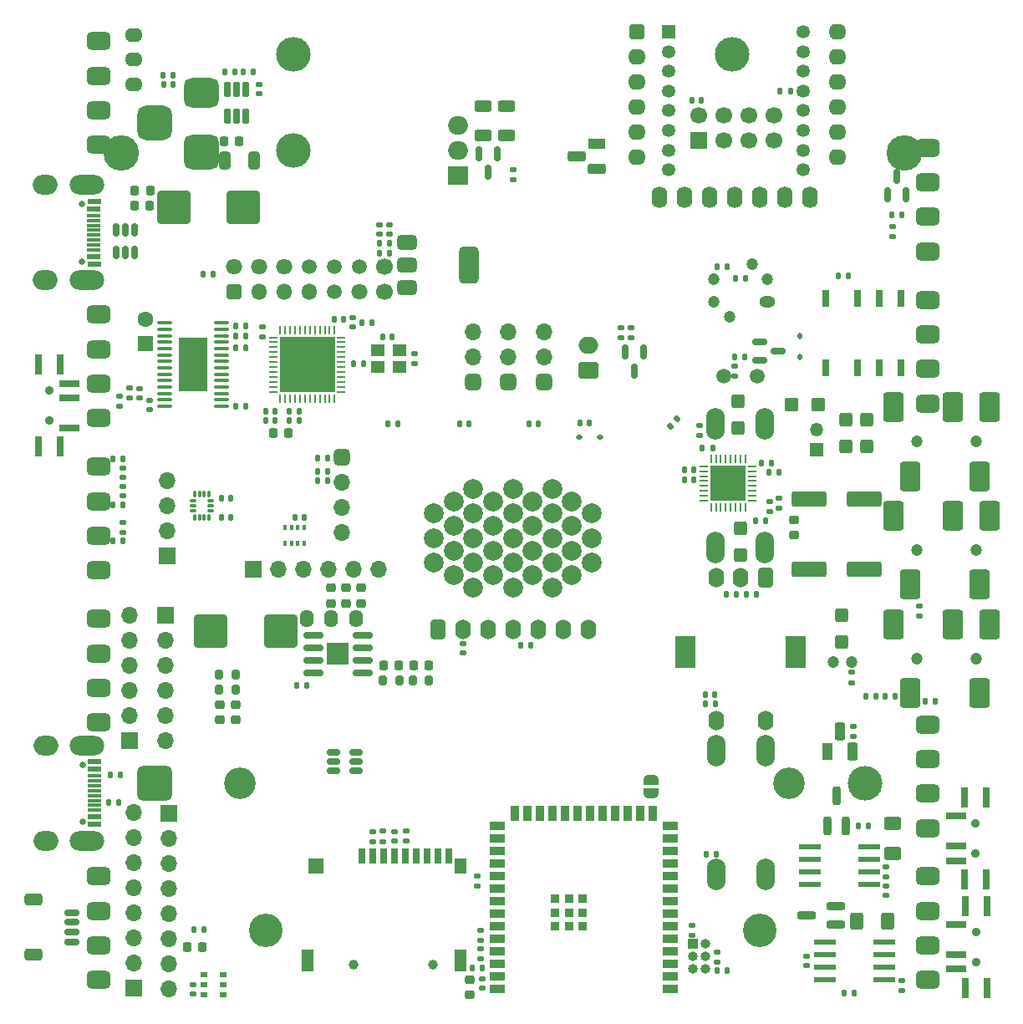
<source format=gbr>
%TF.GenerationSoftware,KiCad,Pcbnew,8.0.3*%
%TF.CreationDate,2024-07-08T11:42:46+02:00*%
%TF.ProjectId,labathome_pcb15,6c616261-7468-46f6-9d65-5f7063623135,rev?*%
%TF.SameCoordinates,Original*%
%TF.FileFunction,Soldermask,Bot*%
%TF.FilePolarity,Negative*%
%FSLAX46Y46*%
G04 Gerber Fmt 4.6, Leading zero omitted, Abs format (unit mm)*
G04 Created by KiCad (PCBNEW 8.0.3) date 2024-07-08 11:42:46*
%MOMM*%
%LPD*%
G01*
G04 APERTURE LIST*
G04 Aperture macros list*
%AMRoundRect*
0 Rectangle with rounded corners*
0 $1 Rounding radius*
0 $2 $3 $4 $5 $6 $7 $8 $9 X,Y pos of 4 corners*
0 Add a 4 corners polygon primitive as box body*
4,1,4,$2,$3,$4,$5,$6,$7,$8,$9,$2,$3,0*
0 Add four circle primitives for the rounded corners*
1,1,$1+$1,$2,$3*
1,1,$1+$1,$4,$5*
1,1,$1+$1,$6,$7*
1,1,$1+$1,$8,$9*
0 Add four rect primitives between the rounded corners*
20,1,$1+$1,$2,$3,$4,$5,0*
20,1,$1+$1,$4,$5,$6,$7,0*
20,1,$1+$1,$6,$7,$8,$9,0*
20,1,$1+$1,$8,$9,$2,$3,0*%
%AMFreePoly0*
4,1,19,0.500000,-0.750000,0.000000,-0.750000,0.000000,-0.744911,-0.071157,-0.744911,-0.207708,-0.704816,-0.327430,-0.627875,-0.420627,-0.520320,-0.479746,-0.390866,-0.500000,-0.250000,-0.500000,0.250000,-0.479746,0.390866,-0.420627,0.520320,-0.327430,0.627875,-0.207708,0.704816,-0.071157,0.744911,0.000000,0.744911,0.000000,0.750000,0.500000,0.750000,0.500000,-0.750000,0.500000,-0.750000,
$1*%
%AMFreePoly1*
4,1,19,0.000000,0.744911,0.071157,0.744911,0.207708,0.704816,0.327430,0.627875,0.420627,0.520320,0.479746,0.390866,0.500000,0.250000,0.500000,-0.250000,0.479746,-0.390866,0.420627,-0.520320,0.327430,-0.627875,0.207708,-0.704816,0.071157,-0.744911,0.000000,-0.744911,0.000000,-0.750000,-0.500000,-0.750000,-0.500000,0.750000,0.000000,0.750000,0.000000,0.744911,0.000000,0.744911,
$1*%
G04 Aperture macros list end*
%ADD10R,1.700000X1.700000*%
%ADD11O,1.700000X1.700000*%
%ADD12O,1.800000X1.400000*%
%ADD13RoundRect,0.500000X0.350000X0.350000X-0.350000X0.350000X-0.350000X-0.350000X0.350000X-0.350000X0*%
%ADD14RoundRect,0.750000X-1.000000X0.750000X-1.000000X-0.750000X1.000000X-0.750000X1.000000X0.750000X0*%
%ADD15RoundRect,0.750000X-1.000000X1.000000X-1.000000X-1.000000X1.000000X-1.000000X1.000000X1.000000X0*%
%ADD16RoundRect,0.875000X-0.875000X0.875000X-0.875000X-0.875000X0.875000X-0.875000X0.875000X0.875000X0*%
%ADD17RoundRect,0.450000X-0.750000X0.450000X-0.750000X-0.450000X0.750000X-0.450000X0.750000X0.450000X0*%
%ADD18O,1.900000X3.200000*%
%ADD19C,1.500000*%
%ADD20R,1.100000X1.800000*%
%ADD21RoundRect,0.275000X-0.275000X-0.625000X0.275000X-0.625000X0.275000X0.625000X-0.275000X0.625000X0*%
%ADD22RoundRect,0.450000X0.750000X-0.450000X0.750000X0.450000X-0.750000X0.450000X-0.750000X-0.450000X0*%
%ADD23RoundRect,0.400000X-0.400000X-0.400000X0.400000X-0.400000X0.400000X0.400000X-0.400000X0.400000X0*%
%ADD24O,1.800000X1.600000*%
%ADD25R,1.000000X1.000000*%
%ADD26O,1.000000X1.000000*%
%ADD27O,1.400000X1.800000*%
%ADD28O,1.600000X2.200000*%
%ADD29RoundRect,0.220589X0.529411X-0.529411X0.529411X0.529411X-0.529411X0.529411X-0.529411X-0.529411X0*%
%ADD30O,1.700000X1.500000*%
%ADD31O,1.500000X1.700000*%
%ADD32C,1.700000*%
%ADD33RoundRect,0.400000X-0.400000X-0.600000X0.400000X-0.600000X0.400000X0.600000X-0.400000X0.600000X0*%
%ADD34O,1.600000X2.000000*%
%ADD35R,1.350000X1.350000*%
%ADD36C,1.350000*%
%ADD37C,1.200000*%
%ADD38RoundRect,0.400000X-0.400000X0.600000X-0.400000X-0.600000X0.400000X-0.600000X0.400000X0.600000X0*%
%ADD39R,2.000000X3.200000*%
%ADD40C,3.400000*%
%ADD41R,1.600000X1.600000*%
%ADD42C,1.600000*%
%ADD43RoundRect,0.500000X-0.350000X-0.350000X0.350000X-0.350000X0.350000X0.350000X-0.350000X0.350000X0*%
%ADD44O,1.600000X1.200000*%
%ADD45RoundRect,0.135000X0.135000X0.185000X-0.135000X0.185000X-0.135000X-0.185000X0.135000X-0.185000X0*%
%ADD46RoundRect,0.150000X-0.587500X-0.150000X0.587500X-0.150000X0.587500X0.150000X-0.587500X0.150000X0*%
%ADD47RoundRect,0.140000X0.140000X0.170000X-0.140000X0.170000X-0.140000X-0.170000X0.140000X-0.170000X0*%
%ADD48RoundRect,0.140000X-0.140000X-0.170000X0.140000X-0.170000X0.140000X0.170000X-0.140000X0.170000X0*%
%ADD49RoundRect,0.250000X-1.500000X-0.550000X1.500000X-0.550000X1.500000X0.550000X-1.500000X0.550000X0*%
%ADD50FreePoly0,90.000000*%
%ADD51FreePoly1,90.000000*%
%ADD52RoundRect,0.200000X-0.200000X-0.275000X0.200000X-0.275000X0.200000X0.275000X-0.200000X0.275000X0*%
%ADD53O,3.500000X3.500000*%
%ADD54C,3.600000*%
%ADD55RoundRect,0.135000X-0.135000X-0.185000X0.135000X-0.185000X0.135000X0.185000X-0.135000X0.185000X0*%
%ADD56RoundRect,0.135000X-0.185000X0.135000X-0.185000X-0.135000X0.185000X-0.135000X0.185000X0.135000X0*%
%ADD57C,0.900000*%
%ADD58R,2.000000X0.700000*%
%ADD59R,0.800000X2.000000*%
%ADD60RoundRect,0.225000X0.225000X0.250000X-0.225000X0.250000X-0.225000X-0.250000X0.225000X-0.250000X0*%
%ADD61RoundRect,0.140000X-0.170000X0.140000X-0.170000X-0.140000X0.170000X-0.140000X0.170000X0.140000X0*%
%ADD62RoundRect,0.140000X0.170000X-0.140000X0.170000X0.140000X-0.170000X0.140000X-0.170000X-0.140000X0*%
%ADD63C,1.000000*%
%ADD64R,0.700000X1.600000*%
%ADD65R,1.200000X2.200000*%
%ADD66R,1.200000X1.500000*%
%ADD67R,1.600000X1.500000*%
%ADD68RoundRect,0.250000X-0.425000X0.450000X-0.425000X-0.450000X0.425000X-0.450000X0.425000X0.450000X0*%
%ADD69RoundRect,0.335000X-1.340000X-1.365000X1.340000X-1.365000X1.340000X1.365000X-1.340000X1.365000X0*%
%ADD70RoundRect,0.225000X-0.250000X0.225000X-0.250000X-0.225000X0.250000X-0.225000X0.250000X0.225000X0*%
%ADD71RoundRect,0.225000X-0.225000X-0.250000X0.225000X-0.250000X0.225000X0.250000X-0.225000X0.250000X0*%
%ADD72C,2.000000*%
%ADD73RoundRect,0.112500X-0.187500X-0.112500X0.187500X-0.112500X0.187500X0.112500X-0.187500X0.112500X0*%
%ADD74RoundRect,0.250000X0.750000X-1.250000X0.750000X1.250000X-0.750000X1.250000X-0.750000X-1.250000X0*%
%ADD75RoundRect,0.150000X0.512500X0.150000X-0.512500X0.150000X-0.512500X-0.150000X0.512500X-0.150000X0*%
%ADD76RoundRect,0.112500X-0.112500X0.187500X-0.112500X-0.187500X0.112500X-0.187500X0.112500X0.187500X0*%
%ADD77O,1.350000X1.350000*%
%ADD78RoundRect,0.250000X0.325000X0.650000X-0.325000X0.650000X-0.325000X-0.650000X0.325000X-0.650000X0*%
%ADD79C,0.650000*%
%ADD80R,1.450000X0.600000*%
%ADD81R,1.450000X0.300000*%
%ADD82O,2.500000X2.000000*%
%ADD83O,3.500000X2.000000*%
%ADD84RoundRect,0.062500X0.062500X-0.337500X0.062500X0.337500X-0.062500X0.337500X-0.062500X-0.337500X0*%
%ADD85RoundRect,0.062500X0.337500X-0.062500X0.337500X0.062500X-0.337500X0.062500X-0.337500X-0.062500X0*%
%ADD86R,3.600000X3.600000*%
%ADD87RoundRect,0.218750X-0.256250X0.218750X-0.256250X-0.218750X0.256250X-0.218750X0.256250X0.218750X0*%
%ADD88RoundRect,0.250000X0.425000X-0.450000X0.425000X0.450000X-0.425000X0.450000X-0.425000X-0.450000X0*%
%ADD89RoundRect,0.135000X0.185000X-0.135000X0.185000X0.135000X-0.185000X0.135000X-0.185000X-0.135000X0*%
%ADD90RoundRect,0.200000X0.750000X0.200000X-0.750000X0.200000X-0.750000X-0.200000X0.750000X-0.200000X0*%
%ADD91RoundRect,0.250000X0.450000X0.425000X-0.450000X0.425000X-0.450000X-0.425000X0.450000X-0.425000X0*%
%ADD92RoundRect,0.250000X0.625000X-0.312500X0.625000X0.312500X-0.625000X0.312500X-0.625000X-0.312500X0*%
%ADD93RoundRect,0.162500X0.162500X-0.617500X0.162500X0.617500X-0.162500X0.617500X-0.162500X-0.617500X0*%
%ADD94R,0.800000X0.500000*%
%ADD95R,2.200000X0.600000*%
%ADD96RoundRect,0.062500X0.375000X0.062500X-0.375000X0.062500X-0.375000X-0.062500X0.375000X-0.062500X0*%
%ADD97RoundRect,0.062500X0.062500X0.375000X-0.062500X0.375000X-0.062500X-0.375000X0.062500X-0.375000X0*%
%ADD98R,5.600000X5.600000*%
%ADD99RoundRect,0.150000X0.625000X-0.150000X0.625000X0.150000X-0.625000X0.150000X-0.625000X-0.150000X0*%
%ADD100RoundRect,0.250000X0.650000X-0.350000X0.650000X0.350000X-0.650000X0.350000X-0.650000X-0.350000X0*%
%ADD101RoundRect,0.087500X-0.087500X0.225000X-0.087500X-0.225000X0.087500X-0.225000X0.087500X0.225000X0*%
%ADD102RoundRect,0.087500X-0.225000X0.087500X-0.225000X-0.087500X0.225000X-0.087500X0.225000X0.087500X0*%
%ADD103R,1.500000X0.900000*%
%ADD104R,0.900000X1.500000*%
%ADD105R,0.900000X0.900000*%
%ADD106R,1.400000X1.200000*%
%ADD107RoundRect,0.335000X1.340000X1.365000X-1.340000X1.365000X-1.340000X-1.365000X1.340000X-1.365000X0*%
%ADD108R,2.000000X1.905000*%
%ADD109O,2.000000X1.905000*%
%ADD110RoundRect,0.250000X0.750000X-0.600000X0.750000X0.600000X-0.750000X0.600000X-0.750000X-0.600000X0*%
%ADD111O,2.000000X1.700000*%
%ADD112C,3.200000*%
%ADD113RoundRect,0.500000X-1.250000X-1.250000X1.250000X-1.250000X1.250000X1.250000X-1.250000X1.250000X0*%
%ADD114C,3.500000*%
%ADD115RoundRect,0.150000X-0.150000X0.587500X-0.150000X-0.587500X0.150000X-0.587500X0.150000X0.587500X0*%
%ADD116RoundRect,0.375000X-0.625000X-0.375000X0.625000X-0.375000X0.625000X0.375000X-0.625000X0.375000X0*%
%ADD117RoundRect,0.500000X-0.500000X-1.400000X0.500000X-1.400000X0.500000X1.400000X-0.500000X1.400000X0*%
%ADD118RoundRect,0.200000X0.200000X-0.750000X0.200000X0.750000X-0.200000X0.750000X-0.200000X-0.750000X0*%
%ADD119R,0.350000X0.500000*%
%ADD120R,0.800000X1.800000*%
%ADD121RoundRect,0.100000X-0.637500X-0.100000X0.637500X-0.100000X0.637500X0.100000X-0.637500X0.100000X0*%
%ADD122R,2.850000X5.400000*%
%ADD123R,1.800000X1.100000*%
%ADD124RoundRect,0.275000X-0.625000X0.275000X-0.625000X-0.275000X0.625000X-0.275000X0.625000X0.275000X0*%
%ADD125RoundRect,0.250000X0.625000X-0.400000X0.625000X0.400000X-0.625000X0.400000X-0.625000X-0.400000X0*%
%ADD126RoundRect,0.150000X0.150000X-0.587500X0.150000X0.587500X-0.150000X0.587500X-0.150000X-0.587500X0*%
%ADD127RoundRect,0.150000X0.150000X-0.512500X0.150000X0.512500X-0.150000X0.512500X-0.150000X-0.512500X0*%
%ADD128RoundRect,0.135000X-0.035355X0.226274X-0.226274X0.035355X0.035355X-0.226274X0.226274X-0.035355X0*%
%ADD129RoundRect,0.150000X0.825000X0.150000X-0.825000X0.150000X-0.825000X-0.150000X0.825000X-0.150000X0*%
%ADD130R,2.300000X2.300000*%
%ADD131RoundRect,0.250000X0.400000X0.625000X-0.400000X0.625000X-0.400000X-0.625000X0.400000X-0.625000X0*%
%ADD132RoundRect,0.218750X0.218750X0.256250X-0.218750X0.256250X-0.218750X-0.256250X0.218750X-0.256250X0*%
G04 APERTURE END LIST*
D10*
%TO.C,J12*%
X111600000Y-148380000D03*
D11*
X111600000Y-145840000D03*
X111600000Y-143300000D03*
X111600000Y-140760000D03*
X111600000Y-138220000D03*
X111600000Y-135680000D03*
X111600000Y-133140000D03*
X111600000Y-130600000D03*
%TD*%
D12*
%TO.C,SW9*%
X111600000Y-56800000D03*
X111600000Y-54300000D03*
X111600000Y-51800000D03*
%TD*%
D13*
%TO.C,J32*%
X149550000Y-86980000D03*
D11*
X149550000Y-84440000D03*
X149550000Y-81900000D03*
%TD*%
D10*
%TO.C,J10*%
X114800000Y-110600000D03*
D11*
X114800000Y-113140000D03*
X114800000Y-115680000D03*
X114800000Y-118220000D03*
X114800000Y-120760000D03*
X114800000Y-123300000D03*
%TD*%
D14*
%TO.C,J9*%
X118457500Y-57700000D03*
D15*
X118457500Y-63700000D03*
D16*
X113757500Y-60700000D03*
%TD*%
D17*
%TO.C,J27*%
X108005000Y-110950000D03*
X108005000Y-114450000D03*
X108005000Y-117950000D03*
X108005000Y-121450000D03*
%TD*%
D18*
%TO.C,SW7*%
X175550000Y-91200000D03*
X175550000Y-103700000D03*
X170550000Y-91200000D03*
X170550000Y-103700000D03*
%TD*%
D19*
%TO.C,R32*%
X174800000Y-86400000D03*
X171400000Y-86400000D03*
%TD*%
D20*
%TO.C,U13*%
X181850000Y-124400000D03*
D21*
X183120000Y-122330000D03*
X184390000Y-124400000D03*
%TD*%
D17*
%TO.C,J1*%
X108005000Y-95550000D03*
X108005000Y-99050000D03*
X108005000Y-102550000D03*
X108005000Y-106050000D03*
%TD*%
D22*
%TO.C,J18*%
X191995000Y-89150000D03*
X191995000Y-85650000D03*
X191995000Y-82150000D03*
X191995000Y-78650000D03*
%TD*%
%TO.C,J15*%
X192000000Y-147550000D03*
X192000000Y-144050000D03*
X192000000Y-140550000D03*
X192000000Y-137050000D03*
%TD*%
D17*
%TO.C,J2*%
X108005000Y-137050000D03*
X108005000Y-140550000D03*
X108005000Y-144050000D03*
X108005000Y-147550000D03*
%TD*%
D23*
%TO.C,M1*%
X162540000Y-51500000D03*
D24*
X162540000Y-54040000D03*
X162540000Y-56580000D03*
X162540000Y-59120000D03*
X162540000Y-61660000D03*
X162540000Y-64200000D03*
X182860000Y-64200000D03*
X182860000Y-61660000D03*
X182860000Y-59120000D03*
X182860000Y-56580000D03*
X182860000Y-54040000D03*
X182860000Y-51500000D03*
%TD*%
D18*
%TO.C,SW8*%
X175600000Y-124350000D03*
X175600000Y-136850000D03*
X170600000Y-124350000D03*
X170600000Y-136850000D03*
%TD*%
D25*
%TO.C,J6*%
X168230000Y-143830000D03*
D26*
X169500000Y-143830000D03*
X168230000Y-145100000D03*
X169500000Y-145100000D03*
X168230000Y-146370000D03*
X169500000Y-146370000D03*
%TD*%
D10*
%TO.C,J19*%
X111200000Y-123300000D03*
D11*
X111200000Y-120760000D03*
X111200000Y-118220000D03*
X111200000Y-115680000D03*
X111200000Y-113140000D03*
X111200000Y-110600000D03*
%TD*%
D27*
%TO.C,SW4*%
X134100000Y-110900000D03*
X131600000Y-110900000D03*
X129100000Y-110900000D03*
%TD*%
D10*
%TO.C,J20*%
X115200000Y-130680000D03*
D11*
X115200000Y-133220000D03*
X115200000Y-135760000D03*
X115200000Y-138300000D03*
X115200000Y-140840000D03*
X115200000Y-143380000D03*
X115200000Y-145920000D03*
X115200000Y-148460000D03*
%TD*%
D10*
%TO.C,J4*%
X115000000Y-104600000D03*
D11*
X115000000Y-102060000D03*
X115000000Y-99520000D03*
X115000000Y-96980000D03*
%TD*%
D28*
%TO.C,X3*%
X164880000Y-68300000D03*
X167420000Y-68300000D03*
X169960000Y-68300000D03*
X172500000Y-68300000D03*
X175040000Y-68300000D03*
X177580000Y-68300000D03*
X180120000Y-68300000D03*
%TD*%
D17*
%TO.C,J22*%
X108005000Y-52450000D03*
X108005000Y-55950000D03*
X108005000Y-59450000D03*
X108005000Y-62950000D03*
%TD*%
D29*
%TO.C,J26*%
X121800000Y-77800000D03*
D30*
X121800000Y-75260000D03*
D31*
X124340000Y-77800000D03*
D30*
X124340000Y-75260000D03*
D31*
X126880000Y-77800000D03*
D30*
X126880000Y-75260000D03*
D31*
X129420000Y-77800000D03*
D19*
X129420000Y-75260000D03*
X131960000Y-77800000D03*
X131960000Y-75260000D03*
D30*
X134500000Y-77800000D03*
D19*
X134500000Y-75260000D03*
D32*
X137040000Y-77800000D03*
X137040000Y-75260000D03*
%TD*%
D10*
%TO.C,U15*%
X168875000Y-62489500D03*
D32*
X168875000Y-59949500D03*
X171415000Y-62489500D03*
X171415000Y-59949500D03*
X173955000Y-62489500D03*
X173955000Y-59949500D03*
X176495000Y-62489500D03*
X176495000Y-59949500D03*
%TD*%
D33*
%TO.C,U21*%
X142380000Y-112000000D03*
D34*
X144920000Y-112000000D03*
X147460000Y-112000000D03*
X150000000Y-112000000D03*
X152540000Y-112000000D03*
X155080000Y-112000000D03*
X157620000Y-112000000D03*
%TD*%
D13*
%TO.C,J33*%
X153150000Y-86980000D03*
D11*
X153150000Y-84440000D03*
X153150000Y-81900000D03*
%TD*%
D35*
%TO.C,U6*%
X165792500Y-51492500D03*
D36*
X165792500Y-53492500D03*
X165792500Y-55492500D03*
X165792500Y-57492500D03*
X165792500Y-59492500D03*
X165792500Y-61492500D03*
X165792500Y-63492500D03*
X165792500Y-65492500D03*
X179392500Y-65492500D03*
X179392500Y-63492500D03*
X179392500Y-61492500D03*
X179392500Y-59492500D03*
X179392500Y-57492500D03*
X179392500Y-55492500D03*
X179392500Y-53492500D03*
X179392500Y-51492500D03*
%TD*%
D37*
%TO.C,MK1*%
X184350000Y-115300000D03*
X182450000Y-115300000D03*
%TD*%
D38*
%TO.C,SW6*%
X175600000Y-106800000D03*
D34*
X170600000Y-106800000D03*
X173100000Y-106800000D03*
D39*
X178700000Y-114300000D03*
X167500000Y-114300000D03*
D34*
X170600000Y-121300000D03*
X175600000Y-121300000D03*
%TD*%
D22*
%TO.C,J24*%
X191995000Y-73750000D03*
X191995000Y-70250000D03*
X191995000Y-66750000D03*
X191995000Y-63250000D03*
%TD*%
D10*
%TO.C,J23*%
X123700000Y-105900000D03*
D11*
X126240000Y-105900000D03*
X128780000Y-105900000D03*
X131320000Y-105900000D03*
X133860000Y-105900000D03*
X136400000Y-105900000D03*
%TD*%
D40*
%TO.C,X1*%
X125000000Y-142505000D03*
X175000000Y-142505000D03*
%TD*%
D41*
%TO.C,C39*%
X112800000Y-83082380D03*
D42*
X112800000Y-80582380D03*
%TD*%
D13*
%TO.C,J31*%
X145950000Y-86980000D03*
D11*
X145950000Y-84440000D03*
X145950000Y-81900000D03*
%TD*%
D43*
%TO.C,J8*%
X132700000Y-94600000D03*
D11*
X132700000Y-97140000D03*
X132700000Y-99680000D03*
X132700000Y-102220000D03*
%TD*%
D17*
%TO.C,J28*%
X108005000Y-80150000D03*
X108005000Y-83650000D03*
X108005000Y-87150000D03*
X108005000Y-90650000D03*
%TD*%
D22*
%TO.C,J21*%
X192000000Y-132150000D03*
X192000000Y-128650000D03*
X192000000Y-125150000D03*
X192000000Y-121650000D03*
%TD*%
D44*
%TO.C,U22*%
X175800000Y-78820000D03*
D37*
X175800000Y-76580000D03*
X174220000Y-75000000D03*
X170400000Y-76580000D03*
X170400000Y-78820000D03*
X171980000Y-80400000D03*
%TD*%
D45*
%TO.C,R63*%
X122910000Y-89425000D03*
X121890000Y-89425000D03*
%TD*%
D46*
%TO.C,Q4*%
X175012500Y-84800000D03*
X175012500Y-82900000D03*
X176887500Y-83850000D03*
%TD*%
D47*
%TO.C,C32*%
X125930000Y-89950000D03*
X124970000Y-89950000D03*
%TD*%
D48*
%TO.C,C43*%
X136520000Y-72900000D03*
X137480000Y-72900000D03*
%TD*%
D49*
%TO.C,C19*%
X180000000Y-105950000D03*
X185600000Y-105950000D03*
%TD*%
D50*
%TO.C,JP1*%
X164000000Y-128600000D03*
D51*
X164000000Y-127300000D03*
%TD*%
D52*
%TO.C,R7*%
X120275000Y-118100000D03*
X121925000Y-118100000D03*
%TD*%
D53*
%TO.C,R33*%
X127750000Y-53800000D03*
X172250000Y-53800000D03*
D54*
X110300000Y-63800000D03*
X189700000Y-63800000D03*
%TD*%
D55*
%TO.C,R50*%
X121890000Y-83500000D03*
X122910000Y-83500000D03*
%TD*%
D56*
%TO.C,R45*%
X161950000Y-81490000D03*
X161950000Y-82510000D03*
%TD*%
D57*
%TO.C,SW3*%
X196930000Y-142700000D03*
X196930000Y-145700000D03*
D58*
X194920000Y-141950000D03*
X194920000Y-144950000D03*
X194920000Y-146450000D03*
D59*
X198030000Y-140050000D03*
X195820000Y-140050000D03*
X198030000Y-148350000D03*
X195820000Y-148350000D03*
%TD*%
D60*
%TO.C,C84*%
X113250000Y-69100000D03*
X111700000Y-69100000D03*
%TD*%
D61*
%TO.C,C14*%
X177000000Y-98770000D03*
X177000000Y-99730000D03*
%TD*%
D45*
%TO.C,R60*%
X121810000Y-55600000D03*
X120790000Y-55600000D03*
%TD*%
D62*
%TO.C,C10*%
X110500000Y-102180000D03*
X110500000Y-101220000D03*
%TD*%
D56*
%TO.C,R69*%
X110200000Y-88440000D03*
X110200000Y-89460000D03*
%TD*%
%TO.C,R68*%
X111200000Y-87590000D03*
X111200000Y-88610000D03*
%TD*%
D63*
%TO.C,J17*%
X141900000Y-145975000D03*
X133900000Y-145975000D03*
D64*
X134700000Y-134975000D03*
X135800000Y-134975000D03*
X136900000Y-134975000D03*
X138000000Y-134975000D03*
X139100000Y-134975000D03*
X140200000Y-134975000D03*
X141300000Y-134975000D03*
X142400000Y-134975000D03*
X143500000Y-134975000D03*
D65*
X144700000Y-145575000D03*
D66*
X144700000Y-135975000D03*
D67*
X130100000Y-135975000D03*
D65*
X129200000Y-145575000D03*
%TD*%
D68*
%TO.C,C17*%
X185850000Y-90750000D03*
X185850000Y-93450000D03*
%TD*%
D47*
%TO.C,C12*%
X168330000Y-96850000D03*
X167370000Y-96850000D03*
%TD*%
D55*
%TO.C,R59*%
X114590000Y-55860000D03*
X115610000Y-55860000D03*
%TD*%
D69*
%TO.C,L4*%
X115675000Y-69300000D03*
X122725000Y-69300000D03*
%TD*%
D57*
%TO.C,SW2*%
X196900000Y-131700000D03*
X196900000Y-134700000D03*
D58*
X194890000Y-130950000D03*
X194890000Y-133950000D03*
X194890000Y-135450000D03*
D59*
X198000000Y-129050000D03*
X195790000Y-129050000D03*
X198000000Y-137350000D03*
X195790000Y-137350000D03*
%TD*%
D70*
%TO.C,C28*%
X134600000Y-107825000D03*
X134600000Y-109375000D03*
%TD*%
D47*
%TO.C,C36*%
X125930000Y-90900000D03*
X124970000Y-90900000D03*
%TD*%
D71*
%TO.C,C1*%
X139925000Y-115700000D03*
X141475000Y-115700000D03*
%TD*%
D47*
%TO.C,C54*%
X121430000Y-98750000D03*
X120470000Y-98750000D03*
%TD*%
D52*
%TO.C,R3*%
X139875000Y-117200000D03*
X141525000Y-117200000D03*
%TD*%
D55*
%TO.C,R18*%
X109090000Y-129600000D03*
X110110000Y-129600000D03*
%TD*%
D72*
%TO.C,LS2*%
X154000000Y-97800000D03*
X150000000Y-97800000D03*
X146000000Y-97800000D03*
X156000000Y-99050000D03*
X152000000Y-99050000D03*
X148000000Y-99050000D03*
X144000000Y-99050000D03*
X158000000Y-100300000D03*
X154000000Y-100300000D03*
X150000000Y-100300000D03*
X146000000Y-100300000D03*
X142000000Y-100300000D03*
X156000000Y-101550000D03*
X152000000Y-101550000D03*
X148000000Y-101550000D03*
X144000000Y-101550000D03*
X158000000Y-102800000D03*
X154000000Y-102800000D03*
X150000000Y-102800000D03*
X146000000Y-102800000D03*
X142000000Y-102800000D03*
X156000000Y-104050000D03*
X152000000Y-104050000D03*
X148000000Y-104050000D03*
X144000000Y-104050000D03*
X158000000Y-105300000D03*
X154000000Y-105300000D03*
X150000000Y-105300000D03*
X146000000Y-105300000D03*
X142000000Y-105300000D03*
X156000000Y-106550000D03*
X152000000Y-106550000D03*
X148000000Y-106550000D03*
X144000000Y-106550000D03*
X154000000Y-107800000D03*
X150000000Y-107800000D03*
X146000000Y-107800000D03*
%TD*%
D73*
%TO.C,D20*%
X156750000Y-92550000D03*
X158850000Y-92550000D03*
%TD*%
D48*
%TO.C,C45*%
X156820000Y-91100000D03*
X157780000Y-91100000D03*
%TD*%
D55*
%TO.C,R65*%
X121890000Y-81300000D03*
X122910000Y-81300000D03*
%TD*%
%TO.C,R54*%
X185790000Y-118800000D03*
X186810000Y-118800000D03*
%TD*%
D56*
%TO.C,R55*%
X191150000Y-109640000D03*
X191150000Y-110660000D03*
%TD*%
D37*
%TO.C,J14*%
X190975000Y-104000000D03*
X196975000Y-104000000D03*
D74*
X194575000Y-100500000D03*
X197275000Y-107500000D03*
X198275000Y-100500000D03*
X190275000Y-107500000D03*
X188575000Y-100500000D03*
%TD*%
D70*
%TO.C,C29*%
X120300000Y-119625000D03*
X120300000Y-121175000D03*
%TD*%
D75*
%TO.C,U8*%
X134137500Y-124450000D03*
X134137500Y-125400000D03*
X134137500Y-126350000D03*
X131862500Y-126350000D03*
X131862500Y-125400000D03*
X131862500Y-124450000D03*
%TD*%
D76*
%TO.C,D13*%
X179100000Y-82350000D03*
X179100000Y-84450000D03*
%TD*%
D35*
%TO.C,LS1*%
X180750000Y-93800000D03*
D77*
X180750000Y-91800000D03*
%TD*%
D62*
%TO.C,C35*%
X124600000Y-82380000D03*
X124600000Y-81420000D03*
%TD*%
D47*
%TO.C,C47*%
X138330000Y-91200000D03*
X137370000Y-91200000D03*
%TD*%
D78*
%TO.C,C80*%
X123775000Y-64500000D03*
X120825000Y-64500000D03*
%TD*%
D45*
%TO.C,R24*%
X175610000Y-101000000D03*
X174590000Y-101000000D03*
%TD*%
D47*
%TO.C,C60*%
X171680000Y-75300000D03*
X170720000Y-75300000D03*
%TD*%
D79*
%TO.C,J13*%
X106350000Y-74740000D03*
X106350000Y-68960000D03*
D80*
X107600000Y-75050000D03*
X107550000Y-74250000D03*
D81*
X107550000Y-73100000D03*
X107550000Y-72100000D03*
X107550000Y-71600000D03*
X107550000Y-70600000D03*
D80*
X107550000Y-69450000D03*
X107600000Y-68650000D03*
X107600000Y-68650000D03*
X107550000Y-69450000D03*
D81*
X107550000Y-70100000D03*
X107550000Y-71100000D03*
X107550000Y-72600000D03*
X107550000Y-73600000D03*
D80*
X107550000Y-74250000D03*
X107600000Y-75050000D03*
D82*
X102650000Y-76670000D03*
D83*
X106830000Y-76670000D03*
D82*
X102650000Y-67030000D03*
D83*
X106830000Y-67030000D03*
%TD*%
D52*
%TO.C,R28*%
X120275000Y-116600000D03*
X121925000Y-116600000D03*
%TD*%
D61*
%TO.C,C26*%
X138000000Y-132520000D03*
X138000000Y-133480000D03*
%TD*%
D70*
%TO.C,C31*%
X131600000Y-107825000D03*
X131600000Y-109375000D03*
%TD*%
D84*
%TO.C,U10*%
X173575000Y-99700000D03*
X173075000Y-99700000D03*
X172575000Y-99700000D03*
X172075000Y-99700000D03*
X171575000Y-99700000D03*
X171075000Y-99700000D03*
X170575000Y-99700000D03*
X170075000Y-99700000D03*
D85*
X169375000Y-99000000D03*
X169375000Y-98500000D03*
X169375000Y-98000000D03*
X169375000Y-97500000D03*
X169375000Y-97000000D03*
X169375000Y-96500000D03*
X169375000Y-96000000D03*
X169375000Y-95500000D03*
D84*
X170075000Y-94800000D03*
X170575000Y-94800000D03*
X171075000Y-94800000D03*
X171575000Y-94800000D03*
X172075000Y-94800000D03*
X172575000Y-94800000D03*
X173075000Y-94800000D03*
X173575000Y-94800000D03*
D85*
X174275000Y-95500000D03*
X174275000Y-96000000D03*
X174275000Y-96500000D03*
X174275000Y-97000000D03*
X174275000Y-97500000D03*
X174275000Y-98000000D03*
X174275000Y-98500000D03*
X174275000Y-99000000D03*
D86*
X171825000Y-97250000D03*
%TD*%
D61*
%TO.C,C53*%
X170700000Y-144740000D03*
X170700000Y-145700000D03*
%TD*%
D87*
%TO.C,FB1*%
X178500000Y-100912500D03*
X178500000Y-102487500D03*
%TD*%
D61*
%TO.C,C27*%
X144950000Y-113470000D03*
X144950000Y-114430000D03*
%TD*%
D88*
%TO.C,C20*%
X183350000Y-113300000D03*
X183350000Y-110600000D03*
%TD*%
D47*
%TO.C,C59*%
X169080000Y-58400000D03*
X168120000Y-58400000D03*
%TD*%
D88*
%TO.C,C23*%
X173050000Y-104500000D03*
X173050000Y-101800000D03*
%TD*%
D56*
%TO.C,R58*%
X146400000Y-137040000D03*
X146400000Y-138060000D03*
%TD*%
D60*
%TO.C,C56*%
X118575000Y-144200000D03*
X117025000Y-144200000D03*
%TD*%
D47*
%TO.C,C48*%
X152580000Y-91200000D03*
X151620000Y-91200000D03*
%TD*%
D62*
%TO.C,C22*%
X176000000Y-100080000D03*
X176000000Y-99120000D03*
%TD*%
D89*
%TO.C,R35*%
X161000000Y-82510000D03*
X161000000Y-81490000D03*
%TD*%
D57*
%TO.C,SW10*%
X103070000Y-90850000D03*
X103070000Y-87850000D03*
D58*
X105080000Y-91600000D03*
X105080000Y-88600000D03*
X105080000Y-87100000D03*
D59*
X101970000Y-93500000D03*
X104180000Y-93500000D03*
X101970000Y-85200000D03*
X104180000Y-85200000D03*
%TD*%
D90*
%TO.C,D3*%
X182725000Y-140025000D03*
X182725000Y-141925000D03*
X179725000Y-140975000D03*
%TD*%
D68*
%TO.C,C16*%
X183700000Y-90750000D03*
X183700000Y-93450000D03*
%TD*%
D56*
%TO.C,R39*%
X168900000Y-91390000D03*
X168900000Y-92410000D03*
%TD*%
D60*
%TO.C,C83*%
X113275000Y-67600000D03*
X111725000Y-67600000D03*
%TD*%
D48*
%TO.C,C15*%
X175220000Y-95200000D03*
X176180000Y-95200000D03*
%TD*%
D91*
%TO.C,C24*%
X180950000Y-89250000D03*
X178250000Y-89250000D03*
%TD*%
D92*
%TO.C,R15*%
X147000000Y-61962500D03*
X147000000Y-59037500D03*
%TD*%
D93*
%TO.C,U27*%
X122950000Y-60050000D03*
X122000000Y-60050000D03*
X121050000Y-60050000D03*
X121050000Y-57350000D03*
X122000000Y-57350000D03*
X122950000Y-57350000D03*
%TD*%
D55*
%TO.C,R10*%
X109490000Y-103100000D03*
X110510000Y-103100000D03*
%TD*%
D70*
%TO.C,C30*%
X133100000Y-107825000D03*
X133100000Y-109375000D03*
%TD*%
D94*
%TO.C,U12*%
X118700000Y-149000000D03*
X118700000Y-148000000D03*
X118700000Y-147000000D03*
X120700000Y-147000000D03*
X120700000Y-148000000D03*
X120700000Y-149000000D03*
%TD*%
D55*
%TO.C,R62*%
X150790000Y-113600000D03*
X151810000Y-113600000D03*
%TD*%
D95*
%TO.C,U1*%
X180100000Y-137830000D03*
X180100000Y-136560000D03*
X180100000Y-135290000D03*
X180100000Y-134020000D03*
X186100000Y-134020000D03*
X186100000Y-135290000D03*
X186100000Y-136560000D03*
X186100000Y-137830000D03*
%TD*%
D47*
%TO.C,C49*%
X128330000Y-89950000D03*
X127370000Y-89950000D03*
%TD*%
D96*
%TO.C,U5*%
X132637500Y-82450000D03*
X132637500Y-82950000D03*
X132637500Y-83450000D03*
X132637500Y-83950000D03*
X132637500Y-84450000D03*
X132637500Y-84950000D03*
X132637500Y-85450000D03*
X132637500Y-85950000D03*
X132637500Y-86450000D03*
X132637500Y-86950000D03*
X132637500Y-87450000D03*
X132637500Y-87950000D03*
D97*
X131950000Y-88637500D03*
X131450000Y-88637500D03*
X130950000Y-88637500D03*
X130450000Y-88637500D03*
X129950000Y-88637500D03*
X129450000Y-88637500D03*
X128950000Y-88637500D03*
X128450000Y-88637500D03*
X127950000Y-88637500D03*
X127450000Y-88637500D03*
X126950000Y-88637500D03*
X126450000Y-88637500D03*
D96*
X125762500Y-87950000D03*
X125762500Y-87450000D03*
X125762500Y-86950000D03*
X125762500Y-86450000D03*
X125762500Y-85950000D03*
X125762500Y-85450000D03*
X125762500Y-84950000D03*
X125762500Y-84450000D03*
X125762500Y-83950000D03*
X125762500Y-83450000D03*
X125762500Y-82950000D03*
X125762500Y-82450000D03*
D97*
X126450000Y-81762500D03*
X126950000Y-81762500D03*
X127450000Y-81762500D03*
X127950000Y-81762500D03*
X128450000Y-81762500D03*
X128950000Y-81762500D03*
X129450000Y-81762500D03*
X129950000Y-81762500D03*
X130450000Y-81762500D03*
X130950000Y-81762500D03*
X131450000Y-81762500D03*
X131950000Y-81762500D03*
D98*
X129200000Y-85200000D03*
%TD*%
D37*
%TO.C,J16*%
X190975000Y-115000000D03*
X196975000Y-115000000D03*
D74*
X194575000Y-111500000D03*
X197275000Y-118500000D03*
X198275000Y-111500000D03*
X190275000Y-118500000D03*
X188575000Y-111500000D03*
%TD*%
D99*
%TO.C,J11*%
X105300000Y-143700000D03*
X105300000Y-142700000D03*
X105300000Y-141700000D03*
X105300000Y-140700000D03*
D100*
X101425000Y-145000000D03*
X101425000Y-139400000D03*
%TD*%
D101*
%TO.C,U9*%
X117750000Y-98337500D03*
X118250000Y-98337500D03*
X118750000Y-98337500D03*
X119250000Y-98337500D03*
D102*
X119412500Y-99000000D03*
X119412500Y-99500000D03*
X119412500Y-100000000D03*
D101*
X119250000Y-100662500D03*
X118750000Y-100662500D03*
X118250000Y-100662500D03*
X117750000Y-100662500D03*
D102*
X117587500Y-100000000D03*
X117587500Y-99500000D03*
X117587500Y-99000000D03*
%TD*%
D103*
%TO.C,U4*%
X148450000Y-148420000D03*
X148450000Y-147150000D03*
X148450000Y-145880000D03*
X148450000Y-144610000D03*
X148450000Y-143340000D03*
X148450000Y-142070000D03*
X148450000Y-140800000D03*
X148450000Y-139530000D03*
X148450000Y-138260000D03*
X148450000Y-136990000D03*
X148450000Y-135720000D03*
X148450000Y-134450000D03*
X148450000Y-133180000D03*
X148450000Y-131910000D03*
D104*
X150215000Y-130660000D03*
X151485000Y-130660000D03*
X152755000Y-130660000D03*
X154025000Y-130660000D03*
X155295000Y-130660000D03*
X156565000Y-130660000D03*
X157835000Y-130660000D03*
X159105000Y-130660000D03*
X160375000Y-130660000D03*
X161645000Y-130660000D03*
X162915000Y-130660000D03*
X164185000Y-130660000D03*
D103*
X165950000Y-131910000D03*
X165950000Y-133180000D03*
X165950000Y-134450000D03*
X165950000Y-135720000D03*
X165950000Y-136990000D03*
X165950000Y-138260000D03*
X165950000Y-139530000D03*
X165950000Y-140800000D03*
X165950000Y-142070000D03*
X165950000Y-143340000D03*
X165950000Y-144610000D03*
X165950000Y-145880000D03*
X165950000Y-147150000D03*
X165950000Y-148420000D03*
D105*
X154300000Y-139300000D03*
X154300000Y-139300000D03*
X154300000Y-140700000D03*
X154300000Y-142100000D03*
X155700000Y-139300000D03*
X155700000Y-140700000D03*
X155700000Y-142100000D03*
X155700000Y-142100000D03*
X157100000Y-139300000D03*
X157100000Y-140700000D03*
X157100000Y-142100000D03*
%TD*%
D56*
%TO.C,R43*%
X146700000Y-144390000D03*
X146700000Y-145410000D03*
%TD*%
%TO.C,R30*%
X188500000Y-72210000D03*
X188500000Y-71190000D03*
%TD*%
D49*
%TO.C,C18*%
X180000000Y-98850000D03*
X185600000Y-98850000D03*
%TD*%
D106*
%TO.C,Y1*%
X138550000Y-85450000D03*
X136350000Y-85450000D03*
X136350000Y-83750000D03*
X138550000Y-83750000D03*
%TD*%
D107*
%TO.C,L1*%
X126475000Y-112200000D03*
X119425000Y-112200000D03*
%TD*%
D53*
%TO.C,Q3*%
X127770000Y-63500000D03*
D108*
X144430000Y-66040000D03*
D109*
X144430000Y-63500000D03*
X144430000Y-60960000D03*
%TD*%
D110*
%TO.C,J7*%
X157675000Y-85775000D03*
D111*
X157675000Y-83275000D03*
%TD*%
D45*
%TO.C,R22*%
X178110000Y-57500000D03*
X177090000Y-57500000D03*
%TD*%
D62*
%TO.C,C34*%
X133800000Y-81380000D03*
X133800000Y-80420000D03*
%TD*%
D45*
%TO.C,R37*%
X172660000Y-108500000D03*
X171640000Y-108500000D03*
%TD*%
D37*
%TO.C,J3*%
X190975000Y-93000000D03*
X196975000Y-93000000D03*
D74*
X194575000Y-89500000D03*
X197275000Y-96500000D03*
X198275000Y-89500000D03*
X190275000Y-96500000D03*
X188575000Y-89500000D03*
%TD*%
D55*
%TO.C,R40*%
X169590000Y-134800000D03*
X170610000Y-134800000D03*
%TD*%
D47*
%TO.C,C37*%
X128330000Y-90900000D03*
X127370000Y-90900000D03*
%TD*%
D112*
%TO.C,BT1*%
X122345000Y-127600000D03*
X177955000Y-127600000D03*
D113*
X113700000Y-127600000D03*
D114*
X185700000Y-127600000D03*
%TD*%
D45*
%TO.C,R8*%
X186010000Y-131900000D03*
X184990000Y-131900000D03*
%TD*%
D56*
%TO.C,R12*%
X150000000Y-65490000D03*
X150000000Y-66510000D03*
%TD*%
D68*
%TO.C,C62*%
X172850000Y-88950000D03*
X172850000Y-91650000D03*
%TD*%
D47*
%TO.C,C58*%
X128880000Y-100700000D03*
X127920000Y-100700000D03*
%TD*%
D55*
%TO.C,R53*%
X172590000Y-76500000D03*
X173610000Y-76500000D03*
%TD*%
D56*
%TO.C,R61*%
X135800000Y-132490000D03*
X135800000Y-133510000D03*
%TD*%
D62*
%TO.C,C5*%
X168200000Y-142980000D03*
X168200000Y-142020000D03*
%TD*%
%TO.C,C9*%
X110500000Y-98480000D03*
X110500000Y-97520000D03*
%TD*%
D55*
%TO.C,R25*%
X187690000Y-118800000D03*
X188710000Y-118800000D03*
%TD*%
D48*
%TO.C,C21*%
X175970000Y-96150000D03*
X176930000Y-96150000D03*
%TD*%
D45*
%TO.C,R4*%
X129110000Y-117700000D03*
X128090000Y-117700000D03*
%TD*%
D55*
%TO.C,R49*%
X133890000Y-85150000D03*
X134910000Y-85150000D03*
%TD*%
D115*
%TO.C,Q5*%
X161350000Y-83962500D03*
X163250000Y-83962500D03*
X162300000Y-85837500D03*
%TD*%
D55*
%TO.C,R19*%
X109190000Y-126800000D03*
X110210000Y-126800000D03*
%TD*%
D61*
%TO.C,C41*%
X137500000Y-71020000D03*
X137500000Y-71980000D03*
%TD*%
D70*
%TO.C,C7*%
X121900000Y-119625000D03*
X121900000Y-121175000D03*
%TD*%
D56*
%TO.C,R21*%
X189400000Y-147580000D03*
X189400000Y-148600000D03*
%TD*%
D55*
%TO.C,R67*%
X134690000Y-81000000D03*
X135710000Y-81000000D03*
%TD*%
D116*
%TO.C,U11*%
X139250000Y-77400000D03*
X139250000Y-75100000D03*
D117*
X145550000Y-75100000D03*
D116*
X139250000Y-72800000D03*
%TD*%
D89*
%TO.C,R11*%
X172475000Y-86410000D03*
X172475000Y-85390000D03*
%TD*%
D61*
%TO.C,C50*%
X140050000Y-84120000D03*
X140050000Y-85080000D03*
%TD*%
D118*
%TO.C,D2*%
X183750000Y-131900000D03*
X181850000Y-131900000D03*
X182800000Y-128900000D03*
%TD*%
D45*
%TO.C,R26*%
X170235000Y-93650000D03*
X169215000Y-93650000D03*
%TD*%
%TO.C,R51*%
X131260000Y-96000000D03*
X130240000Y-96000000D03*
%TD*%
D119*
%TO.C,U14*%
X126925000Y-103300000D03*
X127575000Y-103300000D03*
X128225000Y-103300000D03*
X128875000Y-103300000D03*
X128875000Y-101700000D03*
X128225000Y-101700000D03*
X127575000Y-101700000D03*
X126925000Y-101700000D03*
%TD*%
D48*
%TO.C,C33*%
X131920000Y-80600000D03*
X132880000Y-80600000D03*
%TD*%
D120*
%TO.C,K1*%
X181700000Y-78500000D03*
X184900000Y-78500000D03*
X187100000Y-78500000D03*
X189300000Y-78500000D03*
X189300000Y-85500000D03*
X187100000Y-85500000D03*
X184900000Y-85500000D03*
X181700000Y-85500000D03*
%TD*%
D45*
%TO.C,R48*%
X123710000Y-55600000D03*
X122690000Y-55600000D03*
%TD*%
D61*
%TO.C,C2*%
X146900000Y-147420000D03*
X146900000Y-148380000D03*
%TD*%
D121*
%TO.C,U3*%
X114737500Y-89425000D03*
X114737500Y-88775000D03*
X114737500Y-88125000D03*
X114737500Y-87475000D03*
X114737500Y-86825000D03*
X114737500Y-86175000D03*
X114737500Y-85525000D03*
X114737500Y-84875000D03*
X114737500Y-84225000D03*
X114737500Y-83575000D03*
X114737500Y-82925000D03*
X114737500Y-82275000D03*
X114737500Y-81625000D03*
X114737500Y-80975000D03*
X120462500Y-80975000D03*
X120462500Y-81625000D03*
X120462500Y-82275000D03*
X120462500Y-82925000D03*
X120462500Y-83575000D03*
X120462500Y-84225000D03*
X120462500Y-84875000D03*
X120462500Y-85525000D03*
X120462500Y-86175000D03*
X120462500Y-86825000D03*
X120462500Y-87475000D03*
X120462500Y-88125000D03*
X120462500Y-88775000D03*
X120462500Y-89425000D03*
D122*
X117600000Y-85200000D03*
%TD*%
D45*
%TO.C,R1*%
X184610000Y-148900000D03*
X183590000Y-148900000D03*
%TD*%
D61*
%TO.C,C81*%
X124300000Y-56820000D03*
X124300000Y-57780000D03*
%TD*%
D55*
%TO.C,R52*%
X121890000Y-82300000D03*
X122910000Y-82300000D03*
%TD*%
D123*
%TO.C,U17*%
X158520000Y-62830000D03*
D124*
X156450000Y-64100000D03*
X158520000Y-65370000D03*
%TD*%
D125*
%TO.C,R20*%
X188500000Y-134750000D03*
X188500000Y-131650000D03*
%TD*%
D62*
%TO.C,C3*%
X187800000Y-138980000D03*
X187800000Y-138020000D03*
%TD*%
D45*
%TO.C,R34*%
X119660000Y-76050000D03*
X118640000Y-76050000D03*
%TD*%
D79*
%TO.C,J5*%
X106400000Y-131490000D03*
X106400000Y-125710000D03*
D80*
X107650000Y-131800000D03*
X107600000Y-131000000D03*
D81*
X107600000Y-129850000D03*
X107600000Y-128850000D03*
X107600000Y-128350000D03*
X107600000Y-127350000D03*
D80*
X107600000Y-126200000D03*
X107650000Y-125400000D03*
X107650000Y-125400000D03*
X107600000Y-126200000D03*
D81*
X107600000Y-126850000D03*
X107600000Y-127850000D03*
X107600000Y-129350000D03*
X107600000Y-130350000D03*
D80*
X107600000Y-131000000D03*
X107650000Y-131800000D03*
D82*
X102700000Y-133420000D03*
D83*
X106880000Y-133420000D03*
D82*
X102700000Y-123780000D03*
D83*
X106880000Y-123780000D03*
%TD*%
D47*
%TO.C,C55*%
X121430000Y-100700000D03*
X120470000Y-100700000D03*
%TD*%
D45*
%TO.C,R64*%
X131260000Y-94700000D03*
X130240000Y-94700000D03*
%TD*%
%TO.C,R41*%
X171710000Y-146600000D03*
X170690000Y-146600000D03*
%TD*%
D126*
%TO.C,Q2*%
X189850000Y-68037500D03*
X187950000Y-68037500D03*
X188900000Y-66162500D03*
%TD*%
D89*
%TO.C,R23*%
X184350000Y-117410000D03*
X184350000Y-116390000D03*
%TD*%
D45*
%TO.C,R36*%
X174660000Y-108500000D03*
X173640000Y-108500000D03*
%TD*%
D62*
%TO.C,C38*%
X113200000Y-89780000D03*
X113200000Y-88820000D03*
%TD*%
D56*
%TO.C,R57*%
X139200000Y-132465000D03*
X139200000Y-133485000D03*
%TD*%
D47*
%TO.C,C44*%
X137480000Y-73900000D03*
X136520000Y-73900000D03*
%TD*%
D56*
%TO.C,R42*%
X184500000Y-121840000D03*
X184500000Y-122860000D03*
%TD*%
D45*
%TO.C,R2*%
X146910000Y-146300000D03*
X145890000Y-146300000D03*
%TD*%
D55*
%TO.C,R14*%
X109490000Y-99400000D03*
X110510000Y-99400000D03*
%TD*%
D60*
%TO.C,C79*%
X122275000Y-62600000D03*
X120725000Y-62600000D03*
%TD*%
D56*
%TO.C,R56*%
X136800000Y-132480000D03*
X136800000Y-133500000D03*
%TD*%
D115*
%TO.C,Q1*%
X146550000Y-63862500D03*
X148450000Y-63862500D03*
X147500000Y-65737500D03*
%TD*%
D62*
%TO.C,C42*%
X136500000Y-71980000D03*
X136500000Y-71020000D03*
%TD*%
D47*
%TO.C,C40*%
X170480000Y-118600000D03*
X169520000Y-118600000D03*
%TD*%
D61*
%TO.C,C8*%
X110500000Y-95670000D03*
X110500000Y-96630000D03*
%TD*%
D47*
%TO.C,C82*%
X115580000Y-56825000D03*
X114620000Y-56825000D03*
%TD*%
D127*
%TO.C,U24*%
X111700000Y-73837500D03*
X110750000Y-73837500D03*
X109800000Y-73837500D03*
X109800000Y-71562500D03*
X110750000Y-71562500D03*
X111700000Y-71562500D03*
%TD*%
D45*
%TO.C,R29*%
X173535000Y-84450000D03*
X172515000Y-84450000D03*
%TD*%
D92*
%TO.C,R13*%
X149325000Y-61962500D03*
X149325000Y-59037500D03*
%TD*%
D47*
%TO.C,C13*%
X168330000Y-95900000D03*
X167370000Y-95900000D03*
%TD*%
D55*
%TO.C,R16*%
X109490000Y-94750000D03*
X110510000Y-94750000D03*
%TD*%
D128*
%TO.C,R70*%
X166660624Y-90739376D03*
X165939376Y-91460624D03*
%TD*%
D52*
%TO.C,R47*%
X136875000Y-117200000D03*
X138525000Y-117200000D03*
%TD*%
D45*
%TO.C,R6*%
X184010000Y-76200000D03*
X182990000Y-76200000D03*
%TD*%
D61*
%TO.C,C11*%
X179800000Y-145140000D03*
X179800000Y-146100000D03*
%TD*%
D129*
%TO.C,U2*%
X134775000Y-112595000D03*
X134775000Y-113865000D03*
X134775000Y-115135000D03*
X134775000Y-116405000D03*
X129825000Y-116405000D03*
X129825000Y-115135000D03*
X129825000Y-113865000D03*
X129825000Y-112595000D03*
D130*
X132300000Y-114500000D03*
%TD*%
D45*
%TO.C,R17*%
X131260000Y-96950000D03*
X130240000Y-96950000D03*
%TD*%
%TO.C,R66*%
X170510000Y-119600000D03*
X169490000Y-119600000D03*
%TD*%
D89*
%TO.C,R44*%
X146700000Y-143520000D03*
X146700000Y-142500000D03*
%TD*%
D55*
%TO.C,R9*%
X117690000Y-142400000D03*
X118710000Y-142400000D03*
%TD*%
D47*
%TO.C,C46*%
X145580000Y-91200000D03*
X144620000Y-91200000D03*
%TD*%
%TO.C,C61*%
X137780000Y-82400000D03*
X136820000Y-82400000D03*
%TD*%
D55*
%TO.C,R31*%
X188390000Y-70000000D03*
X189410000Y-70000000D03*
%TD*%
D70*
%TO.C,C6*%
X145600000Y-147525000D03*
X145600000Y-149075000D03*
%TD*%
D131*
%TO.C,R46*%
X187950000Y-141575000D03*
X184850000Y-141575000D03*
%TD*%
D132*
%TO.C,FB2*%
X127287500Y-92100000D03*
X125712500Y-92100000D03*
%TD*%
D95*
%TO.C,U7*%
X181600000Y-147505000D03*
X181600000Y-146235000D03*
X181600000Y-144965000D03*
X181600000Y-143695000D03*
X187600000Y-143695000D03*
X187600000Y-144965000D03*
X187600000Y-146235000D03*
X187600000Y-147505000D03*
%TD*%
D71*
%TO.C,C4*%
X136925000Y-115700000D03*
X138475000Y-115700000D03*
%TD*%
D55*
%TO.C,R27*%
X191790000Y-119300000D03*
X192810000Y-119300000D03*
%TD*%
D62*
%TO.C,C51*%
X112200000Y-88580000D03*
X112200000Y-87620000D03*
%TD*%
D56*
%TO.C,R5*%
X187800000Y-136090000D03*
X187800000Y-137110000D03*
%TD*%
D62*
%TO.C,C57*%
X117600000Y-148980000D03*
X117600000Y-148020000D03*
%TD*%
M02*

</source>
